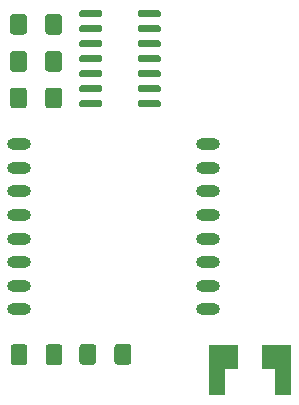
<source format=gbr>
G04 #@! TF.GenerationSoftware,KiCad,Pcbnew,5.1.6*
G04 #@! TF.CreationDate,2020-09-10T16:33:30+02:00*
G04 #@! TF.ProjectId,LORA_ATTINY84,4c4f5241-5f41-4545-9449-4e5938342e6b,rev?*
G04 #@! TF.SameCoordinates,Original*
G04 #@! TF.FileFunction,Paste,Top*
G04 #@! TF.FilePolarity,Positive*
%FSLAX46Y46*%
G04 Gerber Fmt 4.6, Leading zero omitted, Abs format (unit mm)*
G04 Created by KiCad (PCBNEW 5.1.6) date 2020-09-10 16:33:30*
%MOMM*%
%LPD*%
G01*
G04 APERTURE LIST*
%ADD10C,0.100000*%
%ADD11O,2.000000X1.000000*%
G04 APERTURE END LIST*
D10*
G36*
X91586600Y-79493600D02*
G01*
X90236600Y-79493600D01*
X90236600Y-77293600D01*
X89136600Y-77293600D01*
X89136600Y-75293600D01*
X91586600Y-75293600D01*
X91586600Y-79493600D01*
G37*
G36*
X87034920Y-77293600D02*
G01*
X85934920Y-77293600D01*
X85934920Y-79493600D01*
X84584920Y-79493600D01*
X84584920Y-75293600D01*
X87034920Y-75293600D01*
X87034920Y-77293600D01*
G37*
G36*
G01*
X70791700Y-76723400D02*
X70791700Y-75473400D01*
G75*
G02*
X71041700Y-75223400I250000J0D01*
G01*
X71966700Y-75223400D01*
G75*
G02*
X72216700Y-75473400I0J-250000D01*
G01*
X72216700Y-76723400D01*
G75*
G02*
X71966700Y-76973400I-250000J0D01*
G01*
X71041700Y-76973400D01*
G75*
G02*
X70791700Y-76723400I0J250000D01*
G01*
G37*
G36*
G01*
X67816700Y-76723400D02*
X67816700Y-75473400D01*
G75*
G02*
X68066700Y-75223400I250000J0D01*
G01*
X68991700Y-75223400D01*
G75*
G02*
X69241700Y-75473400I0J-250000D01*
G01*
X69241700Y-76723400D01*
G75*
G02*
X68991700Y-76973400I-250000J0D01*
G01*
X68066700Y-76973400D01*
G75*
G02*
X67816700Y-76723400I0J250000D01*
G01*
G37*
G36*
G01*
X75069400Y-75448000D02*
X75069400Y-76698000D01*
G75*
G02*
X74819400Y-76948000I-250000J0D01*
G01*
X73894400Y-76948000D01*
G75*
G02*
X73644400Y-76698000I0J250000D01*
G01*
X73644400Y-75448000D01*
G75*
G02*
X73894400Y-75198000I250000J0D01*
G01*
X74819400Y-75198000D01*
G75*
G02*
X75069400Y-75448000I0J-250000D01*
G01*
G37*
G36*
G01*
X78044400Y-75448000D02*
X78044400Y-76698000D01*
G75*
G02*
X77794400Y-76948000I-250000J0D01*
G01*
X76869400Y-76948000D01*
G75*
G02*
X76619400Y-76698000I0J250000D01*
G01*
X76619400Y-75448000D01*
G75*
G02*
X76869400Y-75198000I250000J0D01*
G01*
X77794400Y-75198000D01*
G75*
G02*
X78044400Y-75448000I0J-250000D01*
G01*
G37*
G36*
G01*
X69202000Y-53731000D02*
X69202000Y-54981000D01*
G75*
G02*
X68952000Y-55231000I-250000J0D01*
G01*
X68027000Y-55231000D01*
G75*
G02*
X67777000Y-54981000I0J250000D01*
G01*
X67777000Y-53731000D01*
G75*
G02*
X68027000Y-53481000I250000J0D01*
G01*
X68952000Y-53481000D01*
G75*
G02*
X69202000Y-53731000I0J-250000D01*
G01*
G37*
G36*
G01*
X72177000Y-53731000D02*
X72177000Y-54981000D01*
G75*
G02*
X71927000Y-55231000I-250000J0D01*
G01*
X71002000Y-55231000D01*
G75*
G02*
X70752000Y-54981000I0J250000D01*
G01*
X70752000Y-53731000D01*
G75*
G02*
X71002000Y-53481000I250000J0D01*
G01*
X71927000Y-53481000D01*
G75*
G02*
X72177000Y-53731000I0J-250000D01*
G01*
G37*
G36*
G01*
X69202000Y-50644900D02*
X69202000Y-51894900D01*
G75*
G02*
X68952000Y-52144900I-250000J0D01*
G01*
X68027000Y-52144900D01*
G75*
G02*
X67777000Y-51894900I0J250000D01*
G01*
X67777000Y-50644900D01*
G75*
G02*
X68027000Y-50394900I250000J0D01*
G01*
X68952000Y-50394900D01*
G75*
G02*
X69202000Y-50644900I0J-250000D01*
G01*
G37*
G36*
G01*
X72177000Y-50644900D02*
X72177000Y-51894900D01*
G75*
G02*
X71927000Y-52144900I-250000J0D01*
G01*
X71002000Y-52144900D01*
G75*
G02*
X70752000Y-51894900I0J250000D01*
G01*
X70752000Y-50644900D01*
G75*
G02*
X71002000Y-50394900I250000J0D01*
G01*
X71927000Y-50394900D01*
G75*
G02*
X72177000Y-50644900I0J-250000D01*
G01*
G37*
G36*
G01*
X70752000Y-48758000D02*
X70752000Y-47508000D01*
G75*
G02*
X71002000Y-47258000I250000J0D01*
G01*
X71927000Y-47258000D01*
G75*
G02*
X72177000Y-47508000I0J-250000D01*
G01*
X72177000Y-48758000D01*
G75*
G02*
X71927000Y-49008000I-250000J0D01*
G01*
X71002000Y-49008000D01*
G75*
G02*
X70752000Y-48758000I0J250000D01*
G01*
G37*
G36*
G01*
X67777000Y-48758000D02*
X67777000Y-47508000D01*
G75*
G02*
X68027000Y-47258000I250000J0D01*
G01*
X68952000Y-47258000D01*
G75*
G02*
X69202000Y-47508000I0J-250000D01*
G01*
X69202000Y-48758000D01*
G75*
G02*
X68952000Y-49008000I-250000J0D01*
G01*
X68027000Y-49008000D01*
G75*
G02*
X67777000Y-48758000I0J250000D01*
G01*
G37*
G36*
G01*
X75589000Y-54688600D02*
X75589000Y-54988600D01*
G75*
G02*
X75439000Y-55138600I-150000J0D01*
G01*
X73789000Y-55138600D01*
G75*
G02*
X73639000Y-54988600I0J150000D01*
G01*
X73639000Y-54688600D01*
G75*
G02*
X73789000Y-54538600I150000J0D01*
G01*
X75439000Y-54538600D01*
G75*
G02*
X75589000Y-54688600I0J-150000D01*
G01*
G37*
G36*
G01*
X75589000Y-53418600D02*
X75589000Y-53718600D01*
G75*
G02*
X75439000Y-53868600I-150000J0D01*
G01*
X73789000Y-53868600D01*
G75*
G02*
X73639000Y-53718600I0J150000D01*
G01*
X73639000Y-53418600D01*
G75*
G02*
X73789000Y-53268600I150000J0D01*
G01*
X75439000Y-53268600D01*
G75*
G02*
X75589000Y-53418600I0J-150000D01*
G01*
G37*
G36*
G01*
X75589000Y-52148600D02*
X75589000Y-52448600D01*
G75*
G02*
X75439000Y-52598600I-150000J0D01*
G01*
X73789000Y-52598600D01*
G75*
G02*
X73639000Y-52448600I0J150000D01*
G01*
X73639000Y-52148600D01*
G75*
G02*
X73789000Y-51998600I150000J0D01*
G01*
X75439000Y-51998600D01*
G75*
G02*
X75589000Y-52148600I0J-150000D01*
G01*
G37*
G36*
G01*
X75589000Y-50878600D02*
X75589000Y-51178600D01*
G75*
G02*
X75439000Y-51328600I-150000J0D01*
G01*
X73789000Y-51328600D01*
G75*
G02*
X73639000Y-51178600I0J150000D01*
G01*
X73639000Y-50878600D01*
G75*
G02*
X73789000Y-50728600I150000J0D01*
G01*
X75439000Y-50728600D01*
G75*
G02*
X75589000Y-50878600I0J-150000D01*
G01*
G37*
G36*
G01*
X75589000Y-49608600D02*
X75589000Y-49908600D01*
G75*
G02*
X75439000Y-50058600I-150000J0D01*
G01*
X73789000Y-50058600D01*
G75*
G02*
X73639000Y-49908600I0J150000D01*
G01*
X73639000Y-49608600D01*
G75*
G02*
X73789000Y-49458600I150000J0D01*
G01*
X75439000Y-49458600D01*
G75*
G02*
X75589000Y-49608600I0J-150000D01*
G01*
G37*
G36*
G01*
X75589000Y-48338600D02*
X75589000Y-48638600D01*
G75*
G02*
X75439000Y-48788600I-150000J0D01*
G01*
X73789000Y-48788600D01*
G75*
G02*
X73639000Y-48638600I0J150000D01*
G01*
X73639000Y-48338600D01*
G75*
G02*
X73789000Y-48188600I150000J0D01*
G01*
X75439000Y-48188600D01*
G75*
G02*
X75589000Y-48338600I0J-150000D01*
G01*
G37*
G36*
G01*
X75589000Y-47068600D02*
X75589000Y-47368600D01*
G75*
G02*
X75439000Y-47518600I-150000J0D01*
G01*
X73789000Y-47518600D01*
G75*
G02*
X73639000Y-47368600I0J150000D01*
G01*
X73639000Y-47068600D01*
G75*
G02*
X73789000Y-46918600I150000J0D01*
G01*
X75439000Y-46918600D01*
G75*
G02*
X75589000Y-47068600I0J-150000D01*
G01*
G37*
G36*
G01*
X80539000Y-47068600D02*
X80539000Y-47368600D01*
G75*
G02*
X80389000Y-47518600I-150000J0D01*
G01*
X78739000Y-47518600D01*
G75*
G02*
X78589000Y-47368600I0J150000D01*
G01*
X78589000Y-47068600D01*
G75*
G02*
X78739000Y-46918600I150000J0D01*
G01*
X80389000Y-46918600D01*
G75*
G02*
X80539000Y-47068600I0J-150000D01*
G01*
G37*
G36*
G01*
X80539000Y-48338600D02*
X80539000Y-48638600D01*
G75*
G02*
X80389000Y-48788600I-150000J0D01*
G01*
X78739000Y-48788600D01*
G75*
G02*
X78589000Y-48638600I0J150000D01*
G01*
X78589000Y-48338600D01*
G75*
G02*
X78739000Y-48188600I150000J0D01*
G01*
X80389000Y-48188600D01*
G75*
G02*
X80539000Y-48338600I0J-150000D01*
G01*
G37*
G36*
G01*
X80539000Y-49608600D02*
X80539000Y-49908600D01*
G75*
G02*
X80389000Y-50058600I-150000J0D01*
G01*
X78739000Y-50058600D01*
G75*
G02*
X78589000Y-49908600I0J150000D01*
G01*
X78589000Y-49608600D01*
G75*
G02*
X78739000Y-49458600I150000J0D01*
G01*
X80389000Y-49458600D01*
G75*
G02*
X80539000Y-49608600I0J-150000D01*
G01*
G37*
G36*
G01*
X80539000Y-50878600D02*
X80539000Y-51178600D01*
G75*
G02*
X80389000Y-51328600I-150000J0D01*
G01*
X78739000Y-51328600D01*
G75*
G02*
X78589000Y-51178600I0J150000D01*
G01*
X78589000Y-50878600D01*
G75*
G02*
X78739000Y-50728600I150000J0D01*
G01*
X80389000Y-50728600D01*
G75*
G02*
X80539000Y-50878600I0J-150000D01*
G01*
G37*
G36*
G01*
X80539000Y-52148600D02*
X80539000Y-52448600D01*
G75*
G02*
X80389000Y-52598600I-150000J0D01*
G01*
X78739000Y-52598600D01*
G75*
G02*
X78589000Y-52448600I0J150000D01*
G01*
X78589000Y-52148600D01*
G75*
G02*
X78739000Y-51998600I150000J0D01*
G01*
X80389000Y-51998600D01*
G75*
G02*
X80539000Y-52148600I0J-150000D01*
G01*
G37*
G36*
G01*
X80539000Y-53418600D02*
X80539000Y-53718600D01*
G75*
G02*
X80389000Y-53868600I-150000J0D01*
G01*
X78739000Y-53868600D01*
G75*
G02*
X78589000Y-53718600I0J150000D01*
G01*
X78589000Y-53418600D01*
G75*
G02*
X78739000Y-53268600I150000J0D01*
G01*
X80389000Y-53268600D01*
G75*
G02*
X80539000Y-53418600I0J-150000D01*
G01*
G37*
G36*
G01*
X80539000Y-54688600D02*
X80539000Y-54988600D01*
G75*
G02*
X80389000Y-55138600I-150000J0D01*
G01*
X78739000Y-55138600D01*
G75*
G02*
X78589000Y-54988600I0J150000D01*
G01*
X78589000Y-54688600D01*
G75*
G02*
X78739000Y-54538600I150000J0D01*
G01*
X80389000Y-54538600D01*
G75*
G02*
X80539000Y-54688600I0J-150000D01*
G01*
G37*
D11*
X84529200Y-58267600D03*
X84529200Y-60267600D03*
X84529200Y-62267600D03*
X84529200Y-64267600D03*
X84529200Y-66267600D03*
X84529200Y-68267600D03*
X84529200Y-70267600D03*
X84529200Y-72267600D03*
X68529200Y-72267600D03*
X68529200Y-70267600D03*
X68529200Y-68267600D03*
X68529200Y-66267600D03*
X68529200Y-64267600D03*
X68529200Y-62267600D03*
X68529200Y-60267600D03*
X68529200Y-58267600D03*
M02*

</source>
